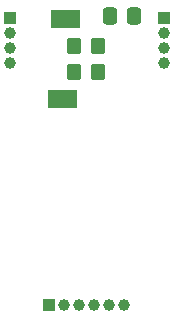
<source format=gbr>
%TF.GenerationSoftware,KiCad,Pcbnew,9.0.6*%
%TF.CreationDate,2025-11-24T18:54:56-06:00*%
%TF.ProjectId,Endor_N_scale_bassic_DCC_decoder_mk1,456e646f-725f-44e5-9f73-63616c655f62,rev?*%
%TF.SameCoordinates,Original*%
%TF.FileFunction,Soldermask,Bot*%
%TF.FilePolarity,Negative*%
%FSLAX46Y46*%
G04 Gerber Fmt 4.6, Leading zero omitted, Abs format (unit mm)*
G04 Created by KiCad (PCBNEW 9.0.6) date 2025-11-24 18:54:56*
%MOMM*%
%LPD*%
G01*
G04 APERTURE LIST*
G04 Aperture macros list*
%AMRoundRect*
0 Rectangle with rounded corners*
0 $1 Rounding radius*
0 $2 $3 $4 $5 $6 $7 $8 $9 X,Y pos of 4 corners*
0 Add a 4 corners polygon primitive as box body*
4,1,4,$2,$3,$4,$5,$6,$7,$8,$9,$2,$3,0*
0 Add four circle primitives for the rounded corners*
1,1,$1+$1,$2,$3*
1,1,$1+$1,$4,$5*
1,1,$1+$1,$6,$7*
1,1,$1+$1,$8,$9*
0 Add four rect primitives between the rounded corners*
20,1,$1+$1,$2,$3,$4,$5,0*
20,1,$1+$1,$4,$5,$6,$7,0*
20,1,$1+$1,$6,$7,$8,$9,0*
20,1,$1+$1,$8,$9,$2,$3,0*%
%AMFreePoly0*
4,1,6,1.000000,0.000000,0.500000,-0.750000,-0.500000,-0.750000,-0.500000,0.750000,0.500000,0.750000,1.000000,0.000000,1.000000,0.000000,$1*%
%AMFreePoly1*
4,1,6,0.500000,-0.750000,-0.650000,-0.750000,-0.150000,0.000000,-0.650000,0.750000,0.500000,0.750000,0.500000,-0.750000,0.500000,-0.750000,$1*%
G04 Aperture macros list end*
%ADD10RoundRect,0.250000X-0.350000X-0.450000X0.350000X-0.450000X0.350000X0.450000X-0.350000X0.450000X0*%
%ADD11FreePoly0,0.000000*%
%ADD12FreePoly1,0.000000*%
%ADD13FreePoly0,180.000000*%
%ADD14FreePoly1,180.000000*%
%ADD15R,1.000000X1.000000*%
%ADD16C,1.000000*%
%ADD17RoundRect,0.250000X-0.337500X-0.475000X0.337500X-0.475000X0.337500X0.475000X-0.337500X0.475000X0*%
G04 APERTURE END LIST*
%TO.C,DOWN*%
G36*
X94550000Y-87250000D02*
G01*
X97000000Y-87250000D01*
X97000000Y-85750000D01*
X94550000Y-85750000D01*
X94550000Y-87250000D01*
G37*
%TO.C,UP*%
G36*
X97250000Y-79000000D02*
G01*
X94800000Y-79000000D01*
X94800000Y-80500000D01*
X97250000Y-80500000D01*
X97250000Y-79000000D01*
G37*
%TD*%
D10*
%TO.C,R7*%
X96750000Y-82050000D03*
X98750000Y-82050000D03*
%TD*%
%TO.C,R6*%
X96750000Y-84250000D03*
X98750000Y-84250000D03*
%TD*%
D11*
%TO.C,DOWN*%
X95050000Y-86500000D03*
D12*
X96500000Y-86500000D03*
%TD*%
D13*
%TO.C,UP*%
X96750000Y-79750000D03*
D14*
X95300000Y-79750000D03*
%TD*%
D15*
%TO.C,J3*%
X94650000Y-104000000D03*
D16*
X95920000Y-104000000D03*
X97190000Y-104000000D03*
X98460000Y-104000000D03*
X99730000Y-104000000D03*
X101000000Y-104000000D03*
%TD*%
%TO.C,J2*%
X104337500Y-83500000D03*
X104337500Y-82230000D03*
X104337500Y-80960000D03*
D15*
X104337500Y-79690000D03*
%TD*%
%TO.C,J1*%
X91337500Y-79690000D03*
D16*
X91337500Y-80960000D03*
X91337500Y-82230000D03*
X91337500Y-83500000D03*
%TD*%
D17*
%TO.C,C3*%
X99762500Y-79500000D03*
X101837500Y-79500000D03*
%TD*%
M02*

</source>
